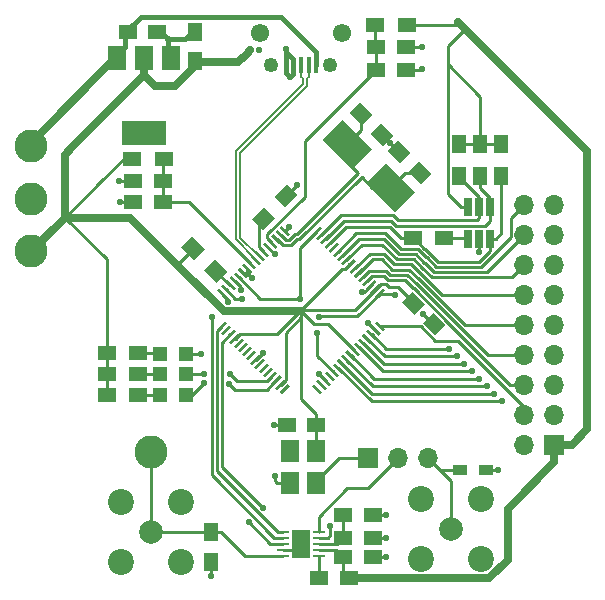
<source format=gtl>
%TF.GenerationSoftware,KiCad,Pcbnew,4.0.6-e0-6349~53~ubuntu16.04.1*%
%TF.CreationDate,2017-04-07T11:05:52-07:00*%
%TF.ProjectId,waveform-generator,77617665666F726D2D67656E65726174,rev?*%
%TF.FileFunction,Copper,L1,Top,Signal*%
%FSLAX46Y46*%
G04 Gerber Fmt 4.6, Leading zero omitted, Abs format (unit mm)*
G04 Created by KiCad (PCBNEW 4.0.6-e0-6349~53~ubuntu16.04.1) date Fri Apr  7 11:05:52 2017*
%MOMM*%
%LPD*%
G01*
G04 APERTURE LIST*
%ADD10C,0.100000*%
%ADD11R,0.400000X1.350000*%
%ADD12C,1.250000*%
%ADD13C,1.550000*%
%ADD14R,1.500000X1.250000*%
%ADD15R,1.250000X1.500000*%
%ADD16R,1.200000X1.200000*%
%ADD17C,2.200000*%
%ADD18C,2.000000*%
%ADD19R,1.700000X1.700000*%
%ADD20O,1.700000X1.700000*%
%ADD21R,1.500000X1.300000*%
%ADD22R,1.200000X0.900000*%
%ADD23R,1.300000X1.500000*%
%ADD24R,3.800000X2.000000*%
%ADD25R,1.500000X2.000000*%
%ADD26R,0.650000X1.560000*%
%ADD27R,1.640000X2.380000*%
%ADD28R,1.000000X0.250000*%
%ADD29R,1.650000X1.950000*%
%ADD30C,2.800000*%
%ADD31C,0.558800*%
%ADD32C,0.635000*%
%ADD33C,0.381000*%
%ADD34C,0.254000*%
%ADD35C,0.190500*%
G04 APERTURE END LIST*
D10*
D11*
X49560000Y-22940000D03*
X48910000Y-22940000D03*
X48260000Y-22940000D03*
X47610000Y-22940000D03*
X46960000Y-22940000D03*
D12*
X50760000Y-22940000D03*
X45760000Y-22940000D03*
D13*
X51760000Y-20240000D03*
X44760000Y-20240000D03*
D10*
G36*
X52364758Y-26996393D02*
X53248642Y-26112509D01*
X54309302Y-27173169D01*
X53425418Y-28057053D01*
X52364758Y-26996393D01*
X52364758Y-26996393D01*
G37*
G36*
X54132524Y-28764159D02*
X55016408Y-27880275D01*
X56077068Y-28940935D01*
X55193184Y-29824819D01*
X54132524Y-28764159D01*
X54132524Y-28764159D01*
G37*
G36*
X59309960Y-32173827D02*
X58426076Y-33057711D01*
X57365416Y-31997051D01*
X58249300Y-31113167D01*
X59309960Y-32173827D01*
X59309960Y-32173827D01*
G37*
G36*
X57542194Y-30406061D02*
X56658310Y-31289945D01*
X55597650Y-30229285D01*
X56481534Y-29345401D01*
X57542194Y-30406061D01*
X57542194Y-30406061D01*
G37*
D14*
X33611500Y-20193000D03*
X36111500Y-20193000D03*
D15*
X39306500Y-22649500D03*
X39306500Y-20149500D03*
D14*
X49573500Y-53403500D03*
X47073500Y-53403500D03*
X51836000Y-62992000D03*
X54336000Y-62992000D03*
X51836000Y-61087000D03*
X54336000Y-61087000D03*
X51836000Y-64643000D03*
X54336000Y-64643000D03*
X52304000Y-66421000D03*
X49804000Y-66421000D03*
D15*
X40640000Y-62504000D03*
X40640000Y-65004000D03*
D14*
X54647784Y-21467386D03*
X57147784Y-21467386D03*
X54647783Y-23372386D03*
X57147783Y-23372386D03*
X36566728Y-32790583D03*
X34066728Y-32790583D03*
X36566728Y-34586634D03*
X34066728Y-34586634D03*
D10*
G36*
X56817845Y-43033229D02*
X57701729Y-42149345D01*
X58762389Y-43210005D01*
X57878505Y-44093889D01*
X56817845Y-43033229D01*
X56817845Y-43033229D01*
G37*
G36*
X58585611Y-44800995D02*
X59469495Y-43917111D01*
X60530155Y-44977771D01*
X59646271Y-45861655D01*
X58585611Y-44800995D01*
X58585611Y-44800995D01*
G37*
D16*
X36365000Y-47434500D03*
X38565000Y-47434500D03*
X36365000Y-50927000D03*
X38565000Y-50927000D03*
X36365000Y-49149000D03*
X38565000Y-49149000D03*
D17*
X58420000Y-64770000D03*
X58420000Y-59690000D03*
X63500000Y-59690000D03*
X63500000Y-64770000D03*
D18*
X60960000Y-62230000D03*
D17*
X33020000Y-65024000D03*
X33020000Y-59944000D03*
X38100000Y-59944000D03*
X38100000Y-65024000D03*
D18*
X35560000Y-62484000D03*
D19*
X69723000Y-55118000D03*
D20*
X67183000Y-55118000D03*
X69723000Y-52578000D03*
X67183000Y-52578000D03*
X69723000Y-50038000D03*
X67183000Y-50038000D03*
X69723000Y-47498000D03*
X67183000Y-47498000D03*
X69723000Y-44958000D03*
X67183000Y-44958000D03*
X69723000Y-42418000D03*
X67183000Y-42418000D03*
X69723000Y-39878000D03*
X67183000Y-39878000D03*
X69723000Y-37338000D03*
X67183000Y-37338000D03*
X69723000Y-34798000D03*
X67183000Y-34798000D03*
D19*
X53975000Y-56261000D03*
D20*
X56515000Y-56261000D03*
X59055000Y-56261000D03*
D21*
X57247784Y-19562387D03*
X54547784Y-19562387D03*
X33952200Y-30886400D03*
X36652200Y-30886400D03*
D22*
X61765000Y-57277000D03*
X63965000Y-57277000D03*
D21*
X34497000Y-47371000D03*
X31797000Y-47371000D03*
X34497000Y-50927000D03*
X31797000Y-50927000D03*
X34497000Y-49149000D03*
X31797000Y-49149000D03*
D23*
X65217519Y-29647991D03*
X65217519Y-32347991D03*
X61625416Y-29647991D03*
X61625416Y-32347991D03*
X63421467Y-29647991D03*
X63421467Y-32347991D03*
D21*
X57705000Y-37592000D03*
X60405000Y-37592000D03*
D10*
G36*
X42013043Y-40458805D02*
X41093805Y-41378043D01*
X40033145Y-40317383D01*
X40952383Y-39398145D01*
X42013043Y-40458805D01*
X42013043Y-40458805D01*
G37*
G36*
X40103855Y-38549617D02*
X39184617Y-39468855D01*
X38123957Y-38408195D01*
X39043195Y-37488957D01*
X40103855Y-38549617D01*
X40103855Y-38549617D01*
G37*
G36*
X45012195Y-36933043D02*
X44092957Y-36013805D01*
X45153617Y-34953145D01*
X46072855Y-35872383D01*
X45012195Y-36933043D01*
X45012195Y-36933043D01*
G37*
G36*
X46921383Y-35023855D02*
X46002145Y-34104617D01*
X47062805Y-33043957D01*
X47982043Y-33963195D01*
X46921383Y-35023855D01*
X46921383Y-35023855D01*
G37*
D24*
X34988500Y-28677000D03*
D25*
X34988500Y-22377000D03*
X32688500Y-22377000D03*
X37288500Y-22377000D03*
D26*
X62362000Y-37655500D03*
X63312000Y-37655500D03*
X64262000Y-37655500D03*
X64262000Y-34955500D03*
X62362000Y-34955500D03*
X63312000Y-34955500D03*
D27*
X48260000Y-63500000D03*
D28*
X49760000Y-64500000D03*
X49760000Y-64000000D03*
X49760000Y-63500000D03*
X49760000Y-63000000D03*
X49760000Y-62500000D03*
X46760000Y-62500000D03*
X46760000Y-63000000D03*
X46760000Y-63500000D03*
X46760000Y-64000000D03*
X46760000Y-64500000D03*
D10*
G36*
X46439200Y-36740676D02*
X46615977Y-36563899D01*
X47323084Y-37271006D01*
X47146307Y-37447783D01*
X46439200Y-36740676D01*
X46439200Y-36740676D01*
G37*
G36*
X46085646Y-37094229D02*
X46262423Y-36917452D01*
X46969530Y-37624559D01*
X46792753Y-37801336D01*
X46085646Y-37094229D01*
X46085646Y-37094229D01*
G37*
G36*
X45732093Y-37447783D02*
X45908870Y-37271006D01*
X46615977Y-37978113D01*
X46439200Y-38154890D01*
X45732093Y-37447783D01*
X45732093Y-37447783D01*
G37*
G36*
X45378540Y-37801336D02*
X45555317Y-37624559D01*
X46262424Y-38331666D01*
X46085647Y-38508443D01*
X45378540Y-37801336D01*
X45378540Y-37801336D01*
G37*
G36*
X45024986Y-38154889D02*
X45201763Y-37978112D01*
X45908870Y-38685219D01*
X45732093Y-38861996D01*
X45024986Y-38154889D01*
X45024986Y-38154889D01*
G37*
G36*
X44671433Y-38508443D02*
X44848210Y-38331666D01*
X45555317Y-39038773D01*
X45378540Y-39215550D01*
X44671433Y-38508443D01*
X44671433Y-38508443D01*
G37*
G36*
X44317879Y-38861996D02*
X44494656Y-38685219D01*
X45201763Y-39392326D01*
X45024986Y-39569103D01*
X44317879Y-38861996D01*
X44317879Y-38861996D01*
G37*
G36*
X43964326Y-39215550D02*
X44141103Y-39038773D01*
X44848210Y-39745880D01*
X44671433Y-39922657D01*
X43964326Y-39215550D01*
X43964326Y-39215550D01*
G37*
G36*
X43610773Y-39569103D02*
X43787550Y-39392326D01*
X44494657Y-40099433D01*
X44317880Y-40276210D01*
X43610773Y-39569103D01*
X43610773Y-39569103D01*
G37*
G36*
X43257219Y-39922656D02*
X43433996Y-39745879D01*
X44141103Y-40452986D01*
X43964326Y-40629763D01*
X43257219Y-39922656D01*
X43257219Y-39922656D01*
G37*
G36*
X42903666Y-40276210D02*
X43080443Y-40099433D01*
X43787550Y-40806540D01*
X43610773Y-40983317D01*
X42903666Y-40276210D01*
X42903666Y-40276210D01*
G37*
G36*
X42550112Y-40629763D02*
X42726889Y-40452986D01*
X43433996Y-41160093D01*
X43257219Y-41336870D01*
X42550112Y-40629763D01*
X42550112Y-40629763D01*
G37*
G36*
X42196559Y-40983317D02*
X42373336Y-40806540D01*
X43080443Y-41513647D01*
X42903666Y-41690424D01*
X42196559Y-40983317D01*
X42196559Y-40983317D01*
G37*
G36*
X41843006Y-41336870D02*
X42019783Y-41160093D01*
X42726890Y-41867200D01*
X42550113Y-42043977D01*
X41843006Y-41336870D01*
X41843006Y-41336870D01*
G37*
G36*
X41489452Y-41690423D02*
X41666229Y-41513646D01*
X42373336Y-42220753D01*
X42196559Y-42397530D01*
X41489452Y-41690423D01*
X41489452Y-41690423D01*
G37*
G36*
X41135899Y-42043977D02*
X41312676Y-41867200D01*
X42019783Y-42574307D01*
X41843006Y-42751084D01*
X41135899Y-42043977D01*
X41135899Y-42043977D01*
G37*
G36*
X41312676Y-45508800D02*
X41135899Y-45332023D01*
X41843006Y-44624916D01*
X42019783Y-44801693D01*
X41312676Y-45508800D01*
X41312676Y-45508800D01*
G37*
G36*
X41666229Y-45862354D02*
X41489452Y-45685577D01*
X42196559Y-44978470D01*
X42373336Y-45155247D01*
X41666229Y-45862354D01*
X41666229Y-45862354D01*
G37*
G36*
X42019783Y-46215907D02*
X41843006Y-46039130D01*
X42550113Y-45332023D01*
X42726890Y-45508800D01*
X42019783Y-46215907D01*
X42019783Y-46215907D01*
G37*
G36*
X42373336Y-46569460D02*
X42196559Y-46392683D01*
X42903666Y-45685576D01*
X43080443Y-45862353D01*
X42373336Y-46569460D01*
X42373336Y-46569460D01*
G37*
G36*
X42726889Y-46923014D02*
X42550112Y-46746237D01*
X43257219Y-46039130D01*
X43433996Y-46215907D01*
X42726889Y-46923014D01*
X42726889Y-46923014D01*
G37*
G36*
X43080443Y-47276567D02*
X42903666Y-47099790D01*
X43610773Y-46392683D01*
X43787550Y-46569460D01*
X43080443Y-47276567D01*
X43080443Y-47276567D01*
G37*
G36*
X43433996Y-47630121D02*
X43257219Y-47453344D01*
X43964326Y-46746237D01*
X44141103Y-46923014D01*
X43433996Y-47630121D01*
X43433996Y-47630121D01*
G37*
G36*
X43787550Y-47983674D02*
X43610773Y-47806897D01*
X44317880Y-47099790D01*
X44494657Y-47276567D01*
X43787550Y-47983674D01*
X43787550Y-47983674D01*
G37*
G36*
X44141103Y-48337227D02*
X43964326Y-48160450D01*
X44671433Y-47453343D01*
X44848210Y-47630120D01*
X44141103Y-48337227D01*
X44141103Y-48337227D01*
G37*
G36*
X44494656Y-48690781D02*
X44317879Y-48514004D01*
X45024986Y-47806897D01*
X45201763Y-47983674D01*
X44494656Y-48690781D01*
X44494656Y-48690781D01*
G37*
G36*
X44848210Y-49044334D02*
X44671433Y-48867557D01*
X45378540Y-48160450D01*
X45555317Y-48337227D01*
X44848210Y-49044334D01*
X44848210Y-49044334D01*
G37*
G36*
X45201763Y-49397888D02*
X45024986Y-49221111D01*
X45732093Y-48514004D01*
X45908870Y-48690781D01*
X45201763Y-49397888D01*
X45201763Y-49397888D01*
G37*
G36*
X45555317Y-49751441D02*
X45378540Y-49574664D01*
X46085647Y-48867557D01*
X46262424Y-49044334D01*
X45555317Y-49751441D01*
X45555317Y-49751441D01*
G37*
G36*
X45908870Y-50104994D02*
X45732093Y-49928217D01*
X46439200Y-49221110D01*
X46615977Y-49397887D01*
X45908870Y-50104994D01*
X45908870Y-50104994D01*
G37*
G36*
X46262423Y-50458548D02*
X46085646Y-50281771D01*
X46792753Y-49574664D01*
X46969530Y-49751441D01*
X46262423Y-50458548D01*
X46262423Y-50458548D01*
G37*
G36*
X46615977Y-50812101D02*
X46439200Y-50635324D01*
X47146307Y-49928217D01*
X47323084Y-50104994D01*
X46615977Y-50812101D01*
X46615977Y-50812101D01*
G37*
G36*
X49196916Y-50104994D02*
X49373693Y-49928217D01*
X50080800Y-50635324D01*
X49904023Y-50812101D01*
X49196916Y-50104994D01*
X49196916Y-50104994D01*
G37*
G36*
X49550470Y-49751441D02*
X49727247Y-49574664D01*
X50434354Y-50281771D01*
X50257577Y-50458548D01*
X49550470Y-49751441D01*
X49550470Y-49751441D01*
G37*
G36*
X49904023Y-49397887D02*
X50080800Y-49221110D01*
X50787907Y-49928217D01*
X50611130Y-50104994D01*
X49904023Y-49397887D01*
X49904023Y-49397887D01*
G37*
G36*
X50257576Y-49044334D02*
X50434353Y-48867557D01*
X51141460Y-49574664D01*
X50964683Y-49751441D01*
X50257576Y-49044334D01*
X50257576Y-49044334D01*
G37*
G36*
X50611130Y-48690781D02*
X50787907Y-48514004D01*
X51495014Y-49221111D01*
X51318237Y-49397888D01*
X50611130Y-48690781D01*
X50611130Y-48690781D01*
G37*
G36*
X50964683Y-48337227D02*
X51141460Y-48160450D01*
X51848567Y-48867557D01*
X51671790Y-49044334D01*
X50964683Y-48337227D01*
X50964683Y-48337227D01*
G37*
G36*
X51318237Y-47983674D02*
X51495014Y-47806897D01*
X52202121Y-48514004D01*
X52025344Y-48690781D01*
X51318237Y-47983674D01*
X51318237Y-47983674D01*
G37*
G36*
X51671790Y-47630120D02*
X51848567Y-47453343D01*
X52555674Y-48160450D01*
X52378897Y-48337227D01*
X51671790Y-47630120D01*
X51671790Y-47630120D01*
G37*
G36*
X52025343Y-47276567D02*
X52202120Y-47099790D01*
X52909227Y-47806897D01*
X52732450Y-47983674D01*
X52025343Y-47276567D01*
X52025343Y-47276567D01*
G37*
G36*
X52378897Y-46923014D02*
X52555674Y-46746237D01*
X53262781Y-47453344D01*
X53086004Y-47630121D01*
X52378897Y-46923014D01*
X52378897Y-46923014D01*
G37*
G36*
X52732450Y-46569460D02*
X52909227Y-46392683D01*
X53616334Y-47099790D01*
X53439557Y-47276567D01*
X52732450Y-46569460D01*
X52732450Y-46569460D01*
G37*
G36*
X53086004Y-46215907D02*
X53262781Y-46039130D01*
X53969888Y-46746237D01*
X53793111Y-46923014D01*
X53086004Y-46215907D01*
X53086004Y-46215907D01*
G37*
G36*
X53439557Y-45862353D02*
X53616334Y-45685576D01*
X54323441Y-46392683D01*
X54146664Y-46569460D01*
X53439557Y-45862353D01*
X53439557Y-45862353D01*
G37*
G36*
X53793110Y-45508800D02*
X53969887Y-45332023D01*
X54676994Y-46039130D01*
X54500217Y-46215907D01*
X53793110Y-45508800D01*
X53793110Y-45508800D01*
G37*
G36*
X54146664Y-45155247D02*
X54323441Y-44978470D01*
X55030548Y-45685577D01*
X54853771Y-45862354D01*
X54146664Y-45155247D01*
X54146664Y-45155247D01*
G37*
G36*
X54500217Y-44801693D02*
X54676994Y-44624916D01*
X55384101Y-45332023D01*
X55207324Y-45508800D01*
X54500217Y-44801693D01*
X54500217Y-44801693D01*
G37*
G36*
X54676994Y-42751084D02*
X54500217Y-42574307D01*
X55207324Y-41867200D01*
X55384101Y-42043977D01*
X54676994Y-42751084D01*
X54676994Y-42751084D01*
G37*
G36*
X54323441Y-42397530D02*
X54146664Y-42220753D01*
X54853771Y-41513646D01*
X55030548Y-41690423D01*
X54323441Y-42397530D01*
X54323441Y-42397530D01*
G37*
G36*
X53969887Y-42043977D02*
X53793110Y-41867200D01*
X54500217Y-41160093D01*
X54676994Y-41336870D01*
X53969887Y-42043977D01*
X53969887Y-42043977D01*
G37*
G36*
X53616334Y-41690424D02*
X53439557Y-41513647D01*
X54146664Y-40806540D01*
X54323441Y-40983317D01*
X53616334Y-41690424D01*
X53616334Y-41690424D01*
G37*
G36*
X53262781Y-41336870D02*
X53086004Y-41160093D01*
X53793111Y-40452986D01*
X53969888Y-40629763D01*
X53262781Y-41336870D01*
X53262781Y-41336870D01*
G37*
G36*
X52909227Y-40983317D02*
X52732450Y-40806540D01*
X53439557Y-40099433D01*
X53616334Y-40276210D01*
X52909227Y-40983317D01*
X52909227Y-40983317D01*
G37*
G36*
X52555674Y-40629763D02*
X52378897Y-40452986D01*
X53086004Y-39745879D01*
X53262781Y-39922656D01*
X52555674Y-40629763D01*
X52555674Y-40629763D01*
G37*
G36*
X52202120Y-40276210D02*
X52025343Y-40099433D01*
X52732450Y-39392326D01*
X52909227Y-39569103D01*
X52202120Y-40276210D01*
X52202120Y-40276210D01*
G37*
G36*
X51848567Y-39922657D02*
X51671790Y-39745880D01*
X52378897Y-39038773D01*
X52555674Y-39215550D01*
X51848567Y-39922657D01*
X51848567Y-39922657D01*
G37*
G36*
X51495014Y-39569103D02*
X51318237Y-39392326D01*
X52025344Y-38685219D01*
X52202121Y-38861996D01*
X51495014Y-39569103D01*
X51495014Y-39569103D01*
G37*
G36*
X51141460Y-39215550D02*
X50964683Y-39038773D01*
X51671790Y-38331666D01*
X51848567Y-38508443D01*
X51141460Y-39215550D01*
X51141460Y-39215550D01*
G37*
G36*
X50787907Y-38861996D02*
X50611130Y-38685219D01*
X51318237Y-37978112D01*
X51495014Y-38154889D01*
X50787907Y-38861996D01*
X50787907Y-38861996D01*
G37*
G36*
X50434353Y-38508443D02*
X50257576Y-38331666D01*
X50964683Y-37624559D01*
X51141460Y-37801336D01*
X50434353Y-38508443D01*
X50434353Y-38508443D01*
G37*
G36*
X50080800Y-38154890D02*
X49904023Y-37978113D01*
X50611130Y-37271006D01*
X50787907Y-37447783D01*
X50080800Y-38154890D01*
X50080800Y-38154890D01*
G37*
G36*
X49727247Y-37801336D02*
X49550470Y-37624559D01*
X50257577Y-36917452D01*
X50434354Y-37094229D01*
X49727247Y-37801336D01*
X49727247Y-37801336D01*
G37*
G36*
X49373693Y-37447783D02*
X49196916Y-37271006D01*
X49904023Y-36563899D01*
X50080800Y-36740676D01*
X49373693Y-37447783D01*
X49373693Y-37447783D01*
G37*
G36*
X50074438Y-29290953D02*
X51771494Y-27593897D01*
X54246368Y-30068771D01*
X52549312Y-31765827D01*
X50074438Y-29290953D01*
X50074438Y-29290953D01*
G37*
G36*
X53751394Y-32967909D02*
X55448450Y-31270853D01*
X57923324Y-33745727D01*
X56226268Y-35442783D01*
X53751394Y-32967909D01*
X53751394Y-32967909D01*
G37*
D29*
X47350500Y-55606500D03*
X47350500Y-58356500D03*
X49550500Y-58356500D03*
X49550500Y-55606500D03*
D30*
X25400000Y-29845000D03*
X25400000Y-34290000D03*
X25400000Y-38735000D03*
X35560000Y-55753000D03*
D31*
X46990000Y-21590000D03*
X50721170Y-61987580D03*
X53441600Y-42214800D03*
X43180000Y-42037000D03*
X32893000Y-32766000D03*
X58483500Y-23304500D03*
X58483500Y-21463000D03*
X58610500Y-44069000D03*
X43307000Y-42735500D03*
X32905700Y-34569400D03*
X39814500Y-47434500D03*
X48260000Y-63055500D03*
X48260000Y-64008000D03*
X46101000Y-57785000D03*
X45974000Y-53403520D03*
X40640000Y-66230500D03*
X64960500Y-57277000D03*
X55435500Y-61087000D03*
X55435500Y-62992000D03*
X55435500Y-64643000D03*
X63317864Y-38798500D03*
X47942500Y-33083500D03*
X47244000Y-36639500D03*
X47307500Y-24003000D03*
X37020500Y-20764500D03*
X55816500Y-29564251D03*
X44132500Y-40957452D03*
X46037500Y-38989000D03*
X53975000Y-44831000D03*
X49784000Y-49085500D03*
X45021500Y-47307500D03*
X44704000Y-21717000D03*
X43942000Y-21717008D03*
X61595000Y-19304000D03*
X62166500Y-19875500D03*
X56235600Y-42418000D03*
X49784000Y-44297600D03*
X49656986Y-45656500D03*
X48196500Y-42735500D03*
X40068500Y-49911000D03*
X42164000Y-49974500D03*
X40068500Y-49149000D03*
X42227500Y-49149000D03*
X65278000Y-51435000D03*
X64643000Y-50800000D03*
X64008000Y-50165000D03*
X63373000Y-49530000D03*
X62738000Y-48895000D03*
X62103000Y-48260000D03*
X61468000Y-47625000D03*
X60833000Y-46990000D03*
X42100500Y-42989500D03*
X40703506Y-44323000D03*
X45072300Y-60439300D03*
X43827700Y-61683900D03*
D32*
X32688500Y-22377000D02*
X32550500Y-22377000D01*
X32550500Y-22377000D02*
X25400000Y-29527500D01*
X25400000Y-29527500D02*
X25400000Y-29845000D01*
D33*
X32434500Y-22377000D02*
X32423500Y-22377000D01*
X25400000Y-29400500D02*
X25400000Y-29845000D01*
X49560000Y-22940000D02*
X49560000Y-21884000D01*
X49560000Y-21884000D02*
X46535500Y-18859500D01*
X46535500Y-18859500D02*
X34691000Y-18859500D01*
X34691000Y-18859500D02*
X33357500Y-20193000D01*
X33482500Y-20193000D02*
X33357500Y-20193000D01*
X33357500Y-20193000D02*
X33357500Y-21454000D01*
X33357500Y-21454000D02*
X32434500Y-22377000D01*
X46990000Y-21845000D02*
X46990000Y-21590000D01*
X47610000Y-22465000D02*
X46990000Y-21845000D01*
X47610000Y-22940000D02*
X47610000Y-22465000D01*
X46960000Y-21620000D02*
X46990000Y-21590000D01*
X46960000Y-22940000D02*
X46960000Y-21620000D01*
D34*
X50721170Y-62382711D02*
X50721170Y-61987580D01*
X49760000Y-63000000D02*
X50514000Y-63000000D01*
X50721170Y-62792830D02*
X50721170Y-62382711D01*
X50514000Y-63000000D02*
X50721170Y-62792830D01*
X53441600Y-42214800D02*
X53622287Y-42214800D01*
X53622287Y-42214800D02*
X54235052Y-41602035D01*
X43180000Y-42037000D02*
X43180000Y-41789981D01*
X43180000Y-41789981D02*
X42638501Y-41248482D01*
D33*
X37020500Y-20764500D02*
X38437500Y-20764500D01*
X38437500Y-20764500D02*
X39052500Y-20149500D01*
D34*
X34003228Y-32790583D02*
X32917583Y-32790583D01*
X48260000Y-64008000D02*
X46768000Y-64008000D01*
X46768000Y-64008000D02*
X46760000Y-64000000D01*
X57147783Y-23372386D02*
X58415614Y-23372386D01*
X58415614Y-23372386D02*
X58483500Y-23304500D01*
X57147784Y-21467386D02*
X58479114Y-21467386D01*
X58479114Y-21467386D02*
X58483500Y-21463000D01*
X59557883Y-44889383D02*
X59430883Y-44889383D01*
X59430883Y-44889383D02*
X58610500Y-44069000D01*
X43307000Y-42735500D02*
X42711306Y-42735500D01*
X42711306Y-42735500D02*
X41931394Y-41955588D01*
X34003228Y-34586634D02*
X32922934Y-34586634D01*
X38565000Y-47434500D02*
X39814500Y-47434500D01*
X48252000Y-64000000D02*
X48260000Y-64008000D01*
X46101000Y-58186000D02*
X46101000Y-57785000D01*
X46271500Y-58356500D02*
X46101000Y-58186000D01*
X47350500Y-58356500D02*
X46271500Y-58356500D01*
X45974020Y-53403500D02*
X45974000Y-53403520D01*
X47073500Y-53403500D02*
X45974020Y-53403500D01*
X40640000Y-65004000D02*
X40640000Y-66230500D01*
X63965000Y-57277000D02*
X64960500Y-57277000D01*
X54336000Y-61087000D02*
X55435500Y-61087000D01*
X54336000Y-62992000D02*
X55435500Y-62992000D01*
X54336000Y-64643000D02*
X55435500Y-64643000D01*
X63312000Y-37655500D02*
X63312000Y-38792636D01*
X63312000Y-38792636D02*
X63317864Y-38798500D01*
X46992094Y-34033906D02*
X47942500Y-33083500D01*
X46881142Y-37005841D02*
X46881142Y-37002358D01*
X46881142Y-37002358D02*
X47244000Y-36639500D01*
D33*
X35857500Y-20193000D02*
X36449000Y-20193000D01*
X36449000Y-20193000D02*
X37020500Y-20764500D01*
X46960000Y-22940000D02*
X46960000Y-23655500D01*
X46960000Y-23655500D02*
X47307500Y-24003000D01*
X47610000Y-22940000D02*
X47610000Y-23700500D01*
X47610000Y-23700500D02*
X47307500Y-24003000D01*
X37034500Y-22377000D02*
X37034500Y-20778500D01*
X37034500Y-20778500D02*
X37020500Y-20764500D01*
D34*
X55816500Y-29564251D02*
X56569922Y-30317673D01*
X55104796Y-28852547D02*
X55816500Y-29564251D01*
X44005549Y-40830501D02*
X44132500Y-40957452D01*
X43942001Y-40830501D02*
X44005549Y-40830501D01*
X43699161Y-40187821D02*
X43699161Y-40460661D01*
X43699161Y-40460661D02*
X43942000Y-40703500D01*
X43942000Y-40703500D02*
X43942000Y-40830500D01*
X43942000Y-40830500D02*
X43942001Y-40830501D01*
X43652875Y-40541375D02*
X43942001Y-40830501D01*
X43345608Y-40541375D02*
X43652875Y-40541375D01*
X45468554Y-38420054D02*
X46037500Y-38989000D01*
X54588606Y-45420412D02*
X54564412Y-45420412D01*
X54564412Y-45420412D02*
X53975000Y-44831000D01*
X50345965Y-49663052D02*
X50345965Y-49647465D01*
X50345965Y-49647465D02*
X49784000Y-49085500D01*
X44406268Y-47895285D02*
X44433715Y-47895285D01*
X44433715Y-47895285D02*
X45021500Y-47307500D01*
D32*
X25400000Y-33401000D02*
X25400000Y-34290000D01*
X34988500Y-23812500D02*
X35941000Y-24765000D01*
X35941000Y-24765000D02*
X37592000Y-24765000D01*
X43662601Y-21996407D02*
X43942000Y-21717008D01*
X37592000Y-24765000D02*
X39624000Y-22733000D01*
X39624000Y-22733000D02*
X42926008Y-22733000D01*
X42926008Y-22733000D02*
X43662601Y-21996407D01*
X41721026Y-43816526D02*
X37782500Y-39878000D01*
X37782500Y-39878000D02*
X33782000Y-35877500D01*
D34*
X39113906Y-38478906D02*
X39113906Y-38546594D01*
X39113906Y-38546594D02*
X37782500Y-39878000D01*
D32*
X48260000Y-43816526D02*
X41721026Y-43816526D01*
X33782000Y-35877500D02*
X28257500Y-35877500D01*
D34*
X33444200Y-30886400D02*
X33248600Y-30886400D01*
X33248600Y-30886400D02*
X31369000Y-32766000D01*
X31369000Y-32766000D02*
X28257500Y-35877500D01*
X31797000Y-47371000D02*
X31797000Y-39417000D01*
X31797000Y-39417000D02*
X28257500Y-35877500D01*
D32*
X28257500Y-35877500D02*
X28257500Y-30543500D01*
X28257500Y-30543500D02*
X28892500Y-29908500D01*
X28257500Y-35877500D02*
X25400000Y-38735000D01*
X34734500Y-24066500D02*
X34988500Y-23812500D01*
X34988500Y-23812500D02*
X34988500Y-22377000D01*
X34734500Y-24066500D02*
X28892500Y-29908500D01*
D34*
X54588606Y-41955588D02*
X54627912Y-41955588D01*
X54627912Y-41955588D02*
X55054500Y-41529000D01*
X55435500Y-41529000D02*
X55689500Y-41783000D01*
X55054500Y-41529000D02*
X55435500Y-41529000D01*
X55689500Y-41783000D02*
X56451500Y-41783000D01*
X56451500Y-41783000D02*
X57790117Y-43121617D01*
X54588606Y-41955588D02*
X54588606Y-41931394D01*
X31797000Y-49149000D02*
X31797000Y-50927000D01*
X31797000Y-47371000D02*
X31797000Y-49149000D01*
X39113906Y-38478906D02*
X39113906Y-38497318D01*
X48260000Y-44323000D02*
X48260000Y-51211000D01*
X48260000Y-51211000D02*
X49573500Y-52524500D01*
X49573500Y-52524500D02*
X49573500Y-53403500D01*
X46527588Y-50016606D02*
X46951851Y-49592343D01*
X46951851Y-49592343D02*
X46951851Y-45631149D01*
X46951851Y-45631149D02*
X48260000Y-44323000D01*
X48260000Y-44323000D02*
X48260000Y-43688000D01*
X50539858Y-44907198D02*
X52820839Y-47188179D01*
X48260000Y-43816526D02*
X49350672Y-44907198D01*
X49350672Y-44907198D02*
X50539858Y-44907198D01*
D32*
X69723000Y-56603000D02*
X65786000Y-60540000D01*
D34*
X49550500Y-55606500D02*
X49550500Y-53426500D01*
X49550500Y-53426500D02*
X49573500Y-53403500D01*
X51836000Y-64643000D02*
X51836000Y-65953000D01*
X51836000Y-65953000D02*
X52304000Y-66421000D01*
X49760000Y-64000000D02*
X51193000Y-64000000D01*
X51193000Y-64000000D02*
X51836000Y-64643000D01*
D32*
X65786000Y-60540000D02*
X65786000Y-64845046D01*
X64210046Y-66421000D02*
X52304000Y-66421000D01*
X65786000Y-64845046D02*
X64210046Y-66421000D01*
X69723000Y-55118000D02*
X69723000Y-56603000D01*
X72517000Y-30226000D02*
X72517000Y-53809000D01*
X72517000Y-53809000D02*
X71208000Y-55118000D01*
X71208000Y-55118000D02*
X69723000Y-55118000D01*
X62166500Y-19875500D02*
X72517000Y-30226000D01*
D34*
X60670615Y-22885218D02*
X60670615Y-21371385D01*
X60670615Y-21371385D02*
X62166500Y-19875500D01*
X57247784Y-19562387D02*
X61336613Y-19562387D01*
X61336613Y-19562387D02*
X61595000Y-19304000D01*
D32*
X61595000Y-19304000D02*
X62166500Y-19875500D01*
D34*
X65217519Y-29647991D02*
X63421467Y-29647991D01*
X61625416Y-29647991D02*
X63421467Y-29647991D01*
X63421467Y-29647991D02*
X63421467Y-25636070D01*
X63421467Y-25636070D02*
X60670615Y-22885218D01*
X60670615Y-22885218D02*
X60670615Y-33843115D01*
X60670615Y-33843115D02*
X61783000Y-34955500D01*
X61783000Y-34955500D02*
X62362000Y-34955500D01*
X48260000Y-43688000D02*
X46213680Y-45734320D01*
X46213680Y-45734320D02*
X43130960Y-45734320D01*
X43130960Y-45734320D02*
X42737762Y-46127518D01*
X42737762Y-46127518D02*
X42638501Y-46127518D01*
X52467285Y-39834268D02*
X52368025Y-39834268D01*
X52368025Y-39834268D02*
X51974826Y-40227467D01*
X51974826Y-40227467D02*
X51722308Y-40227467D01*
X51722308Y-40227467D02*
X51721421Y-40226580D01*
X51721421Y-40226580D02*
X48260000Y-43688000D01*
X52856194Y-43688000D02*
X48260000Y-43688000D01*
X54588606Y-41955588D02*
X52856194Y-43688000D01*
X48260000Y-43688000D02*
X48260000Y-43816526D01*
X56126742Y-42309142D02*
X54942159Y-42309142D01*
X56235600Y-42418000D02*
X56126742Y-42309142D01*
X49784000Y-44297600D02*
X49834790Y-44246810D01*
X53004491Y-44246810D02*
X54942159Y-42309142D01*
X49834790Y-44246810D02*
X53004491Y-44246810D01*
X49656986Y-47559860D02*
X49656986Y-45656500D01*
X51053072Y-48955946D02*
X49656986Y-47559860D01*
X48196500Y-38448199D02*
X48196500Y-42735500D01*
X44832626Y-42735500D02*
X48196500Y-42735500D01*
X49638858Y-37005841D02*
X48196500Y-38448199D01*
X42992054Y-40894928D02*
X44832626Y-42735500D01*
X51836000Y-62992000D02*
X51315298Y-63512702D01*
X51315298Y-63512702D02*
X49772702Y-63512702D01*
X49772702Y-63512702D02*
X49760000Y-63500000D01*
X51836000Y-61087000D02*
X51836000Y-62992000D01*
X49804000Y-66421000D02*
X49804000Y-64544000D01*
X49804000Y-64544000D02*
X49760000Y-64500000D01*
X40640000Y-62504000D02*
X41519000Y-62504000D01*
X41519000Y-62504000D02*
X43515000Y-64500000D01*
X43515000Y-64500000D02*
X46760000Y-64500000D01*
X40640000Y-62504000D02*
X35580000Y-62504000D01*
X35580000Y-62504000D02*
X35560000Y-62484000D01*
X35560000Y-62484000D02*
X35560000Y-55753000D01*
X45820482Y-38066501D02*
X45396219Y-37642238D01*
X45396219Y-37642238D02*
X45396219Y-37280781D01*
X45396219Y-37280781D02*
X48577500Y-34099500D01*
X48577500Y-34099500D02*
X48577500Y-29400500D01*
X48577500Y-29400500D02*
X54605614Y-23372386D01*
X54605614Y-23372386D02*
X54647783Y-23372386D01*
X54547784Y-19562387D02*
X54547784Y-21367386D01*
X54547784Y-21367386D02*
X54647784Y-21467386D01*
X54647783Y-23372386D02*
X54647783Y-21467387D01*
X54647783Y-21467387D02*
X54647784Y-21467386D01*
X36566728Y-32790583D02*
X36566728Y-30971872D01*
X36566728Y-30971872D02*
X36652200Y-30886400D01*
X36566728Y-34586634D02*
X36566728Y-32790583D01*
X36512500Y-34586634D02*
X38805081Y-34586634D01*
X38805081Y-34586634D02*
X44052715Y-39834268D01*
X34497000Y-47371000D02*
X36301500Y-47371000D01*
X36301500Y-47371000D02*
X36365000Y-47434500D01*
X34497000Y-50927000D02*
X36365000Y-50927000D01*
X39052500Y-50927000D02*
X38565000Y-50927000D01*
X40068500Y-49911000D02*
X39052500Y-50927000D01*
X42164000Y-49974500D02*
X42672000Y-50482500D01*
X42672000Y-50482500D02*
X45354587Y-50482500D01*
X45354587Y-50482500D02*
X46174035Y-49663052D01*
X36365000Y-49149000D02*
X34497000Y-49149000D01*
X38565000Y-49149000D02*
X40068500Y-49149000D01*
X42227500Y-49149000D02*
X42812262Y-49733762D01*
X45396219Y-49733762D02*
X45820482Y-49309499D01*
X42812262Y-49733762D02*
X45396219Y-49733762D01*
D35*
X43116500Y-30368406D02*
X43116500Y-37567986D01*
X43116500Y-37567986D02*
X44675675Y-39127161D01*
X48775500Y-24087000D02*
X48775500Y-24709406D01*
X48910000Y-22940000D02*
X48910000Y-23952500D01*
X48775500Y-24709406D02*
X43116500Y-30368406D01*
X48910000Y-23952500D02*
X48775500Y-24087000D01*
X44675675Y-39127161D02*
X44759821Y-39127161D01*
X48260000Y-22940000D02*
X48260000Y-23952500D01*
X48394500Y-24551594D02*
X42735500Y-30210594D01*
X48260000Y-23952500D02*
X48394500Y-24087000D01*
X48394500Y-24087000D02*
X48394500Y-24551594D01*
X42735500Y-30210594D02*
X42735500Y-37725800D01*
X42735500Y-37725800D02*
X44406268Y-39396568D01*
X44406268Y-39396568D02*
X44406268Y-39480715D01*
D34*
X60960000Y-62230000D02*
X60960000Y-58166000D01*
X60960000Y-58166000D02*
X60071000Y-57277000D01*
X59055000Y-56261000D02*
X60071000Y-57277000D01*
X60071000Y-57277000D02*
X61765000Y-57277000D01*
X65278000Y-51435000D02*
X54239233Y-51435000D01*
X54239233Y-51435000D02*
X51406625Y-48602392D01*
X58420406Y-45066858D02*
X54942159Y-45066858D01*
X61595000Y-46291500D02*
X59645048Y-46291500D01*
X59645048Y-46291500D02*
X58420406Y-45066858D01*
X67183000Y-51879500D02*
X61595000Y-46291500D01*
X67183000Y-52578000D02*
X67183000Y-51879500D01*
X64643000Y-50800000D02*
X54311340Y-50800000D01*
X54311340Y-50800000D02*
X51760179Y-48248839D01*
X60834965Y-44896465D02*
X65976500Y-50038000D01*
X60834965Y-44851513D02*
X60834965Y-44896465D01*
X57827987Y-41844535D02*
X60834965Y-44851513D01*
X57782833Y-41844535D02*
X57827987Y-41844535D01*
X55637993Y-41137667D02*
X57075965Y-41137667D01*
X55324545Y-40824219D02*
X55637993Y-41137667D01*
X54305762Y-40824219D02*
X55324545Y-40824219D01*
X53881499Y-41248482D02*
X54305762Y-40824219D01*
X57075965Y-41137667D02*
X57782833Y-41844535D01*
X65976500Y-50038000D02*
X67183000Y-50038000D01*
X64008000Y-50165000D02*
X54383447Y-50165000D01*
X54383447Y-50165000D02*
X52113732Y-47895285D01*
X53527946Y-40894928D02*
X54036874Y-40386000D01*
X64092124Y-47498000D02*
X67183000Y-47498000D01*
X54036874Y-40386000D02*
X55496998Y-40386000D01*
X58006848Y-41412724D02*
X64092124Y-47498000D01*
X55496998Y-40386000D02*
X55816854Y-40705856D01*
X57961694Y-41412724D02*
X58006848Y-41412724D01*
X55816854Y-40705856D02*
X57254826Y-40705856D01*
X57254826Y-40705856D02*
X57961694Y-41412724D01*
X63373000Y-49530000D02*
X54483000Y-49530000D01*
X52494732Y-47541732D02*
X52467285Y-47541732D01*
X54483000Y-49530000D02*
X52494732Y-47541732D01*
X58185709Y-40980913D02*
X62162796Y-44958000D01*
X62162796Y-44958000D02*
X67183000Y-44958000D01*
X58140555Y-40980913D02*
X58185709Y-40980913D01*
X55995715Y-40274045D02*
X57433687Y-40274045D01*
X57433687Y-40274045D02*
X58140555Y-40980913D01*
X55091670Y-39370000D02*
X55995715Y-40274045D01*
X54345767Y-39370000D02*
X55091670Y-39370000D01*
X53174392Y-40541375D02*
X54345767Y-39370000D01*
X62738000Y-48895000D02*
X55245000Y-48895000D01*
X55245000Y-48895000D02*
X53184625Y-46834625D01*
X53184625Y-46834625D02*
X53174392Y-46834625D01*
X60233468Y-42418000D02*
X58364570Y-40549102D01*
X67183000Y-42418000D02*
X60233468Y-42418000D01*
X56174576Y-39842234D02*
X55270531Y-38938189D01*
X58319416Y-40549102D02*
X57612548Y-39842234D01*
X58364570Y-40549102D02*
X58319416Y-40549102D01*
X54070471Y-38938189D02*
X52820839Y-40187821D01*
X55270531Y-38938189D02*
X54070471Y-38938189D01*
X57612548Y-39842234D02*
X56174576Y-39842234D01*
X62103000Y-48260000D02*
X55308500Y-48260000D01*
X55308500Y-48260000D02*
X53529572Y-46481072D01*
X53529572Y-46481072D02*
X53527946Y-46481072D01*
X56353437Y-39410423D02*
X57791409Y-39410423D01*
X55106514Y-38163500D02*
X56353437Y-39410423D01*
X66141570Y-40919430D02*
X67183000Y-39878000D01*
X59345570Y-40919430D02*
X66141570Y-40919430D01*
X53430947Y-38163500D02*
X55106514Y-38163500D01*
X57791409Y-39410423D02*
X58498277Y-40117291D01*
X58498277Y-40117291D02*
X58543431Y-40117291D01*
X52113732Y-39480715D02*
X53430947Y-38163500D01*
X58543431Y-40117291D02*
X59345570Y-40919430D01*
X61468000Y-47625000D02*
X55372000Y-47625000D01*
X55372000Y-47625000D02*
X53881499Y-46134499D01*
X53881499Y-46134499D02*
X53881499Y-46127518D01*
X64033381Y-40487619D02*
X67183000Y-37338000D01*
X58722292Y-39685480D02*
X59524431Y-40487619D01*
X59524431Y-40487619D02*
X64033381Y-40487619D01*
X57970270Y-38978612D02*
X58677138Y-39685480D01*
X58677138Y-39685480D02*
X58722292Y-39685480D01*
X56532298Y-38978612D02*
X57970270Y-38978612D01*
X55285375Y-37731689D02*
X56532298Y-38978612D01*
X51760179Y-39127161D02*
X53155651Y-37731689D01*
X53155651Y-37731689D02*
X55285375Y-37731689D01*
X60833000Y-46990000D02*
X55451087Y-46990000D01*
X55451087Y-46990000D02*
X54235052Y-45773965D01*
X51406625Y-38773608D02*
X52956544Y-37223689D01*
X52956544Y-37223689D02*
X55388047Y-37223689D01*
X55388047Y-37223689D02*
X56711159Y-38546801D01*
X56711159Y-38546801D02*
X58149131Y-38546801D01*
X58149131Y-38546801D02*
X58855999Y-39253669D01*
X66028199Y-35952801D02*
X67183000Y-34798000D01*
X58855999Y-39253669D02*
X58901153Y-39253669D01*
X58901153Y-39253669D02*
X59703292Y-40055808D01*
X59703292Y-40055808D02*
X63512692Y-40055808D01*
X63512692Y-40055808D02*
X66028199Y-37540301D01*
X66028199Y-37540301D02*
X66028199Y-35952801D01*
X49550500Y-58356500D02*
X49550500Y-58206500D01*
X49550500Y-58206500D02*
X51496000Y-56261000D01*
X51496000Y-56261000D02*
X53975000Y-56261000D01*
X49550500Y-58356500D02*
X49550500Y-58506500D01*
X54036000Y-56261000D02*
X53975000Y-56261000D01*
X52198358Y-58801000D02*
X53975000Y-58801000D01*
X53975000Y-58801000D02*
X56515000Y-56261000D01*
X49760000Y-62500000D02*
X49760000Y-61239358D01*
X49760000Y-61239358D02*
X52198358Y-58801000D01*
X65217519Y-32347991D02*
X65217519Y-37207981D01*
X65217519Y-37207981D02*
X64770000Y-37655500D01*
X64770000Y-37655500D02*
X64262000Y-37655500D01*
X57805000Y-37592000D02*
X57705000Y-37592000D01*
X58709000Y-38496000D02*
X57805000Y-37592000D01*
X58754156Y-38496000D02*
X58709000Y-38496000D01*
X64262000Y-38689500D02*
X63327503Y-39623997D01*
X59882153Y-39623997D02*
X58754156Y-38496000D01*
X63327503Y-39623997D02*
X59882153Y-39623997D01*
X64262000Y-37655500D02*
X64262000Y-38689500D01*
X52063019Y-36703000D02*
X55812000Y-36703000D01*
X50699518Y-38066501D02*
X52063019Y-36703000D01*
X55812000Y-36703000D02*
X56701000Y-37592000D01*
X56701000Y-37592000D02*
X57705000Y-37592000D01*
X49992412Y-37359394D02*
X51664806Y-35687000D01*
X63144400Y-36118800D02*
X63312000Y-35951200D01*
X51664806Y-35687000D02*
X56017344Y-35687000D01*
X56017344Y-35687000D02*
X56449144Y-36118800D01*
X56449144Y-36118800D02*
X63144400Y-36118800D01*
X63312000Y-35951200D02*
X63312000Y-34955500D01*
X61625416Y-32347991D02*
X61625416Y-32478916D01*
X61625416Y-32478916D02*
X63312000Y-34165500D01*
X63312000Y-34165500D02*
X63312000Y-34955500D01*
X50345965Y-37712948D02*
X51927413Y-36131500D01*
X51927413Y-36131500D02*
X55851172Y-36131500D01*
X55851172Y-36131500D02*
X56282972Y-36563300D01*
X56282972Y-36563300D02*
X63830200Y-36563300D01*
X63830200Y-36563300D02*
X64262000Y-36131500D01*
X64262000Y-36131500D02*
X64262000Y-34955500D01*
X63421467Y-32347991D02*
X63421467Y-33351991D01*
X63421467Y-33351991D02*
X64262000Y-34192524D01*
X64262000Y-34192524D02*
X64262000Y-34955500D01*
X60405000Y-37592000D02*
X62298500Y-37592000D01*
X62298500Y-37592000D02*
X62362000Y-37655500D01*
X42284948Y-41602035D02*
X42237035Y-41602035D01*
X42237035Y-41602035D02*
X41023094Y-40388094D01*
X45082906Y-35943094D02*
X44689112Y-36336888D01*
X44689112Y-36336888D02*
X44689112Y-38349345D01*
X44689112Y-38349345D02*
X45113375Y-38773608D01*
X46575806Y-37311176D02*
X47017223Y-37752593D01*
X46527588Y-37359394D02*
X46575806Y-37311176D01*
X47017223Y-37752593D02*
X47272566Y-37752593D01*
X47272566Y-37752593D02*
X47756710Y-37268449D01*
X47756710Y-37268449D02*
X47934464Y-37268449D01*
X47934464Y-37268449D02*
X53078957Y-32123956D01*
X52160403Y-29679862D02*
X53337030Y-28503235D01*
X53337030Y-28503235D02*
X53337030Y-27084781D01*
X53078957Y-32123956D02*
X52160403Y-31205403D01*
X52160403Y-31205403D02*
X52160403Y-29679862D01*
X46174035Y-37712948D02*
X46252538Y-37712948D01*
X46252538Y-37712948D02*
X46736674Y-38197084D01*
X47456680Y-38197084D02*
X47940816Y-37712948D01*
X47940816Y-37712948D02*
X48118581Y-37712948D01*
X46736674Y-38197084D02*
X47456680Y-38197084D01*
X48118581Y-37712948D02*
X53393265Y-32438264D01*
X55837359Y-33356818D02*
X57108738Y-32085439D01*
X57108738Y-32085439D02*
X58337688Y-32085439D01*
X53393265Y-32438264D02*
X54311818Y-33356818D01*
X54311818Y-33356818D02*
X55837359Y-33356818D01*
X46305974Y-62500000D02*
X46760000Y-62500000D01*
X41153578Y-57347604D02*
X46305974Y-62500000D01*
X41153578Y-50366555D02*
X41153578Y-57347604D01*
X41135918Y-50348895D02*
X41153578Y-50366555D01*
X41577841Y-45066858D02*
X41135918Y-45508781D01*
X41135918Y-45508781D02*
X41135918Y-50348895D01*
X42100500Y-42989500D02*
X42100500Y-42831801D01*
X42100500Y-42831801D02*
X41577841Y-42309142D01*
X46760000Y-63000000D02*
X46006000Y-63000000D01*
X46006000Y-63000000D02*
X40703500Y-57697500D01*
X40703500Y-57697500D02*
X40703500Y-44323006D01*
X40703500Y-44323006D02*
X40703506Y-44323000D01*
X43827700Y-61683900D02*
X43840400Y-61683900D01*
X43840400Y-61683900D02*
X45656500Y-63500000D01*
X45656500Y-63500000D02*
X46760000Y-63500000D01*
X45072300Y-60439300D02*
X41592500Y-56959500D01*
X41592500Y-56959500D02*
X41592500Y-50194805D01*
X41592500Y-50194805D02*
X41567729Y-50170034D01*
X41567729Y-50170034D02*
X41567729Y-49631236D01*
X41567729Y-49631236D02*
X41592500Y-49606465D01*
X41592500Y-49606465D02*
X41592500Y-46466413D01*
X41592500Y-46466413D02*
X42284948Y-45773965D01*
M02*

</source>
